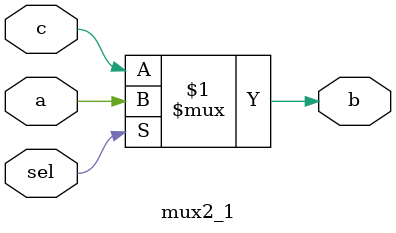
<source format=v>
module mux2_1(input a, c, sel, output b);
  assign b = sel ? a : c;
endmodule

</source>
